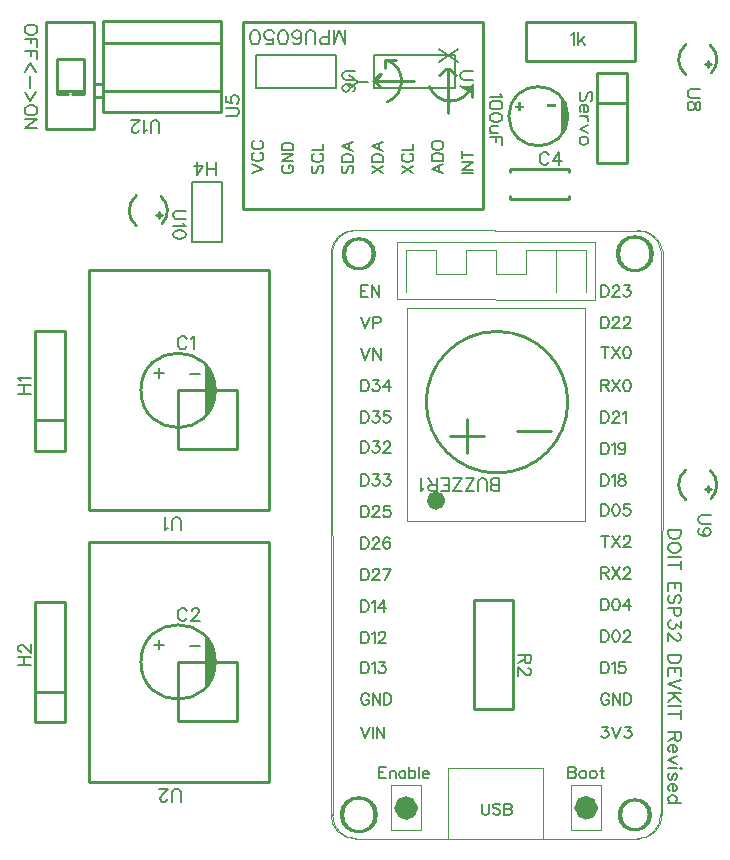
<source format=gto>
G04 Layer: TopSilkscreenLayer*
G04 EasyEDA v6.5.50, 2025-06-12 12:21:42*
G04 5a30a698f2604c48907cf2a2958ab60a,01d3e6036b464142aa991e197958fd7d,10*
G04 Gerber Generator version 0.2*
G04 Scale: 100 percent, Rotated: No, Reflected: No *
G04 Dimensions in millimeters *
G04 leading zeros omitted , absolute positions ,4 integer and 5 decimal *
%FSLAX45Y45*%
%MOMM*%

%ADD10C,0.1524*%
%ADD11C,0.2032*%
%ADD12C,0.1501*%
%ADD13C,0.1270*%
%ADD14C,0.2540*%
%ADD15C,0.2030*%
%ADD16C,0.1199*%
%ADD17C,1.0000*%
%ADD18C,0.8001*%
%ADD19C,0.0111*%

%LPD*%
D10*
X5220588Y2949676D02*
G01*
X5220588Y3058642D01*
X5220588Y2949676D02*
G01*
X5173852Y2949676D01*
X5158359Y2954756D01*
X5153025Y2960090D01*
X5147945Y2970504D01*
X5147945Y2980918D01*
X5153025Y2991332D01*
X5158359Y2996412D01*
X5173852Y3001492D01*
X5220588Y3001492D02*
G01*
X5173852Y3001492D01*
X5158359Y3006826D01*
X5153025Y3011906D01*
X5147945Y3022320D01*
X5147945Y3038068D01*
X5153025Y3048482D01*
X5158359Y3053562D01*
X5173852Y3058642D01*
X5220588Y3058642D01*
X5113654Y2949676D02*
G01*
X5113654Y3027654D01*
X5108320Y3043148D01*
X5097906Y3053562D01*
X5082413Y3058642D01*
X5071999Y3058642D01*
X5056504Y3053562D01*
X5046090Y3043148D01*
X5040756Y3027654D01*
X5040756Y2949676D01*
X4933822Y2949676D02*
G01*
X5006466Y3058642D01*
X5006466Y2949676D02*
G01*
X4933822Y2949676D01*
X5006466Y3058642D02*
G01*
X4933822Y3058642D01*
X4826888Y2949676D02*
G01*
X4899533Y3058642D01*
X4899533Y2949676D02*
G01*
X4826888Y2949676D01*
X4899533Y3058642D02*
G01*
X4826888Y3058642D01*
X4792599Y2949676D02*
G01*
X4792599Y3058642D01*
X4792599Y2949676D02*
G01*
X4725034Y2949676D01*
X4792599Y3001492D02*
G01*
X4750943Y3001492D01*
X4792599Y3058642D02*
G01*
X4725034Y3058642D01*
X4690745Y2949676D02*
G01*
X4690745Y3058642D01*
X4690745Y2949676D02*
G01*
X4644009Y2949676D01*
X4628261Y2954756D01*
X4623181Y2960090D01*
X4617847Y2970504D01*
X4617847Y2980918D01*
X4623181Y2991332D01*
X4628261Y2996412D01*
X4644009Y3001492D01*
X4690745Y3001492D01*
X4654168Y3001492D02*
G01*
X4617847Y3058642D01*
X4583556Y2970504D02*
G01*
X4573143Y2965170D01*
X4557649Y2949676D01*
X4557649Y3058642D01*
X2575966Y4232300D02*
G01*
X2570632Y4242714D01*
X2560218Y4253128D01*
X2550058Y4258208D01*
X2529230Y4258208D01*
X2518816Y4253128D01*
X2508402Y4242714D01*
X2503068Y4232300D01*
X2497988Y4216552D01*
X2497988Y4190644D01*
X2503068Y4175150D01*
X2508402Y4164736D01*
X2518816Y4154322D01*
X2529230Y4149242D01*
X2550058Y4149242D01*
X2560218Y4154322D01*
X2570632Y4164736D01*
X2575966Y4175150D01*
X2610256Y4237380D02*
G01*
X2620670Y4242714D01*
X2636164Y4258208D01*
X2636164Y4149242D01*
D11*
X2601595Y3935374D02*
G01*
X2683383Y3935374D01*
X2337688Y3988968D02*
G01*
X2337688Y3906926D01*
X2296795Y3948074D02*
G01*
X2378583Y3948074D01*
D10*
X2575966Y1932304D02*
G01*
X2570632Y1942719D01*
X2560218Y1953132D01*
X2550058Y1958212D01*
X2529230Y1958212D01*
X2518816Y1953132D01*
X2508402Y1942719D01*
X2503068Y1932304D01*
X2497988Y1916556D01*
X2497988Y1890648D01*
X2503068Y1875154D01*
X2508402Y1864740D01*
X2518816Y1854327D01*
X2529230Y1849246D01*
X2550058Y1849246D01*
X2560218Y1854327D01*
X2570632Y1864740D01*
X2575966Y1875154D01*
X2615336Y1932304D02*
G01*
X2615336Y1937385D01*
X2620670Y1947798D01*
X2625750Y1953132D01*
X2636164Y1958212D01*
X2656992Y1958212D01*
X2667406Y1953132D01*
X2672486Y1947798D01*
X2677820Y1937385D01*
X2677820Y1926970D01*
X2672486Y1916556D01*
X2662072Y1901062D01*
X2610256Y1849246D01*
X2682900Y1849246D01*
D11*
X2601595Y1635379D02*
G01*
X2683383Y1635379D01*
X2337688Y1688972D02*
G01*
X2337688Y1606930D01*
X2296795Y1648079D02*
G01*
X2378583Y1648079D01*
D10*
X5225288Y6311900D02*
G01*
X5230622Y6301486D01*
X5246115Y6285992D01*
X5137150Y6285992D01*
X5246115Y6220460D02*
G01*
X5241036Y6235954D01*
X5225288Y6246368D01*
X5199379Y6251702D01*
X5183886Y6251702D01*
X5157724Y6246368D01*
X5142229Y6235954D01*
X5137150Y6220460D01*
X5137150Y6210045D01*
X5142229Y6194552D01*
X5157724Y6184137D01*
X5183886Y6178804D01*
X5199379Y6178804D01*
X5225288Y6184137D01*
X5241036Y6194552D01*
X5246115Y6210045D01*
X5246115Y6220460D01*
X5246115Y6113526D02*
G01*
X5241036Y6129020D01*
X5225288Y6139434D01*
X5199379Y6144513D01*
X5183886Y6144513D01*
X5157724Y6139434D01*
X5142229Y6129020D01*
X5137150Y6113526D01*
X5137150Y6103112D01*
X5142229Y6087363D01*
X5157724Y6076950D01*
X5183886Y6071870D01*
X5199379Y6071870D01*
X5225288Y6076950D01*
X5241036Y6087363D01*
X5246115Y6103112D01*
X5246115Y6113526D01*
X5209793Y6037579D02*
G01*
X5157724Y6037579D01*
X5142229Y6032500D01*
X5137150Y6022086D01*
X5137150Y6006337D01*
X5142229Y5995923D01*
X5157724Y5980429D01*
X5209793Y5980429D02*
G01*
X5137150Y5980429D01*
X5246115Y5946139D02*
G01*
X5137150Y5946139D01*
X5246115Y5946139D02*
G01*
X5246115Y5878576D01*
X5194300Y5946139D02*
G01*
X5194300Y5904484D01*
X5640565Y5791707D02*
G01*
X5635231Y5802121D01*
X5624817Y5812536D01*
X5614657Y5817615D01*
X5593829Y5817615D01*
X5583415Y5812536D01*
X5573001Y5802121D01*
X5567667Y5791707D01*
X5562587Y5775960D01*
X5562587Y5750052D01*
X5567667Y5734557D01*
X5573001Y5724144D01*
X5583415Y5713729D01*
X5593829Y5708650D01*
X5614657Y5708650D01*
X5624817Y5713729D01*
X5635231Y5724144D01*
X5640565Y5734557D01*
X5726671Y5817615D02*
G01*
X5674855Y5744971D01*
X5752833Y5744971D01*
X5726671Y5817615D02*
G01*
X5726671Y5708650D01*
X1146886Y3771900D02*
G01*
X1255852Y3771900D01*
X1146886Y3844544D02*
G01*
X1255852Y3844544D01*
X1198702Y3771900D02*
G01*
X1198702Y3844544D01*
X1167714Y3878834D02*
G01*
X1162380Y3889247D01*
X1146886Y3904995D01*
X1255852Y3904995D01*
X1146886Y1471904D02*
G01*
X1255852Y1471904D01*
X1146886Y1544548D02*
G01*
X1255852Y1544548D01*
X1198702Y1471904D02*
G01*
X1198702Y1544548D01*
X1172794Y1584172D02*
G01*
X1167714Y1584172D01*
X1157300Y1589252D01*
X1151966Y1594586D01*
X1146886Y1605000D01*
X1146886Y1625574D01*
X1151966Y1635988D01*
X1157300Y1641322D01*
X1167714Y1646402D01*
X1178128Y1646402D01*
X1188542Y1641322D01*
X1204036Y1630908D01*
X1255852Y1578838D01*
X1255852Y1651736D01*
X5992622Y6251955D02*
G01*
X6003036Y6262370D01*
X6008115Y6277863D01*
X6008115Y6298692D01*
X6003036Y6314186D01*
X5992622Y6324600D01*
X5982208Y6324600D01*
X5971793Y6319520D01*
X5966459Y6314186D01*
X5961379Y6303771D01*
X5950965Y6272529D01*
X5945886Y6262370D01*
X5940552Y6257036D01*
X5930138Y6251955D01*
X5914643Y6251955D01*
X5904229Y6262370D01*
X5899150Y6277863D01*
X5899150Y6298692D01*
X5904229Y6314186D01*
X5914643Y6324600D01*
X5940552Y6217665D02*
G01*
X5940552Y6155181D01*
X5950965Y6155181D01*
X5961379Y6160515D01*
X5966459Y6165595D01*
X5971793Y6176010D01*
X5971793Y6191504D01*
X5966459Y6201918D01*
X5956300Y6212331D01*
X5940552Y6217665D01*
X5930138Y6217665D01*
X5914643Y6212331D01*
X5904229Y6201918D01*
X5899150Y6191504D01*
X5899150Y6176010D01*
X5904229Y6165595D01*
X5914643Y6155181D01*
X5971793Y6120892D02*
G01*
X5899150Y6120892D01*
X5940552Y6120892D02*
G01*
X5956300Y6115812D01*
X5966459Y6105397D01*
X5971793Y6094984D01*
X5971793Y6079489D01*
X5971793Y6045200D02*
G01*
X5899150Y6013957D01*
X5971793Y5982715D02*
G01*
X5899150Y6013957D01*
X5971793Y5922518D02*
G01*
X5966459Y5932931D01*
X5956300Y5943345D01*
X5940552Y5948426D01*
X5930138Y5948426D01*
X5914643Y5943345D01*
X5904229Y5932931D01*
X5899150Y5922518D01*
X5899150Y5906770D01*
X5904229Y5896610D01*
X5914643Y5886195D01*
X5930138Y5880862D01*
X5940552Y5880862D01*
X5956300Y5886195D01*
X5966459Y5896610D01*
X5971793Y5906770D01*
X5971793Y5922518D01*
X2819400Y5625084D02*
G01*
X2819400Y5734050D01*
X2746756Y5625084D02*
G01*
X2746756Y5734050D01*
X2819400Y5676900D02*
G01*
X2746756Y5676900D01*
X2660395Y5625084D02*
G01*
X2712465Y5697728D01*
X2634488Y5697728D01*
X2660395Y5625084D02*
G01*
X2660395Y5734050D01*
X5829300Y6812787D02*
G01*
X5839713Y6818121D01*
X5855208Y6833615D01*
X5855208Y6724650D01*
X5889497Y6833615D02*
G01*
X5889497Y6724650D01*
X5941568Y6797294D02*
G01*
X5889497Y6745223D01*
X5910325Y6766052D02*
G01*
X5946647Y6724650D01*
X5487415Y1562100D02*
G01*
X5378450Y1562100D01*
X5487415Y1562100D02*
G01*
X5487415Y1515363D01*
X5482336Y1499870D01*
X5477002Y1494536D01*
X5466588Y1489455D01*
X5456174Y1489455D01*
X5445759Y1494536D01*
X5440679Y1499870D01*
X5435600Y1515363D01*
X5435600Y1562100D01*
X5435600Y1525778D02*
G01*
X5378450Y1489455D01*
X5461508Y1449831D02*
G01*
X5466588Y1449831D01*
X5477002Y1444752D01*
X5482336Y1439418D01*
X5487415Y1429004D01*
X5487415Y1408429D01*
X5482336Y1398015D01*
X5477002Y1392681D01*
X5466588Y1387602D01*
X5456174Y1387602D01*
X5445759Y1392681D01*
X5430265Y1403095D01*
X5378450Y1455165D01*
X5378450Y1382268D01*
X2520695Y2617876D02*
G01*
X2520695Y2695854D01*
X2515615Y2711348D01*
X2505202Y2721762D01*
X2489454Y2726842D01*
X2479040Y2726842D01*
X2463545Y2721762D01*
X2453131Y2711348D01*
X2448052Y2695854D01*
X2448052Y2617876D01*
X2413761Y2638704D02*
G01*
X2403347Y2633370D01*
X2387600Y2617876D01*
X2387600Y2726842D01*
X2520695Y317880D02*
G01*
X2520695Y395859D01*
X2515615Y411353D01*
X2505202Y421767D01*
X2489454Y426846D01*
X2479040Y426846D01*
X2463545Y421767D01*
X2453131Y411353D01*
X2448052Y395859D01*
X2448052Y317880D01*
X2408427Y343788D02*
G01*
X2408427Y338709D01*
X2403347Y328295D01*
X2398013Y322961D01*
X2387600Y317880D01*
X2367025Y317880D01*
X2356611Y322961D01*
X2351277Y328295D01*
X2346197Y338709D01*
X2346197Y349122D01*
X2351277Y359537D01*
X2361691Y375030D01*
X2413761Y426846D01*
X2340863Y426846D01*
X6757415Y2616200D02*
G01*
X6648450Y2616200D01*
X6757415Y2616200D02*
G01*
X6757415Y2579878D01*
X6752336Y2564129D01*
X6741922Y2553970D01*
X6731508Y2548636D01*
X6715759Y2543555D01*
X6689852Y2543555D01*
X6674358Y2548636D01*
X6663943Y2553970D01*
X6653529Y2564129D01*
X6648450Y2579878D01*
X6648450Y2616200D01*
X6757415Y2478023D02*
G01*
X6752336Y2488437D01*
X6741922Y2498852D01*
X6731508Y2503931D01*
X6715759Y2509265D01*
X6689852Y2509265D01*
X6674358Y2503931D01*
X6663943Y2498852D01*
X6653529Y2488437D01*
X6648450Y2478023D01*
X6648450Y2457195D01*
X6653529Y2446781D01*
X6663943Y2436368D01*
X6674358Y2431287D01*
X6689852Y2425954D01*
X6715759Y2425954D01*
X6731508Y2431287D01*
X6741922Y2436368D01*
X6752336Y2446781D01*
X6757415Y2457195D01*
X6757415Y2478023D01*
X6757415Y2391663D02*
G01*
X6648450Y2391663D01*
X6757415Y2321052D02*
G01*
X6648450Y2321052D01*
X6757415Y2357373D02*
G01*
X6757415Y2284729D01*
X6757415Y2170429D02*
G01*
X6648450Y2170429D01*
X6757415Y2170429D02*
G01*
X6757415Y2102865D01*
X6705600Y2170429D02*
G01*
X6705600Y2128773D01*
X6648450Y2170429D02*
G01*
X6648450Y2102865D01*
X6741922Y1995931D02*
G01*
X6752336Y2006345D01*
X6757415Y2021839D01*
X6757415Y2042668D01*
X6752336Y2058162D01*
X6741922Y2068576D01*
X6731508Y2068576D01*
X6721093Y2063495D01*
X6715759Y2058162D01*
X6710679Y2047747D01*
X6700265Y2016760D01*
X6695186Y2006345D01*
X6689852Y2001012D01*
X6679438Y1995931D01*
X6663943Y1995931D01*
X6653529Y2006345D01*
X6648450Y2021839D01*
X6648450Y2042668D01*
X6653529Y2058162D01*
X6663943Y2068576D01*
X6757415Y1961642D02*
G01*
X6648450Y1961642D01*
X6757415Y1961642D02*
G01*
X6757415Y1914905D01*
X6752336Y1899157D01*
X6747002Y1894078D01*
X6736588Y1888744D01*
X6721093Y1888744D01*
X6710679Y1894078D01*
X6705600Y1899157D01*
X6700265Y1914905D01*
X6700265Y1961642D01*
X6757415Y1844039D02*
G01*
X6757415Y1786889D01*
X6715759Y1818131D01*
X6715759Y1802637D01*
X6710679Y1792223D01*
X6705600Y1786889D01*
X6689852Y1781810D01*
X6679438Y1781810D01*
X6663943Y1786889D01*
X6653529Y1797304D01*
X6648450Y1813052D01*
X6648450Y1828545D01*
X6653529Y1844039D01*
X6658609Y1849373D01*
X6669024Y1854454D01*
X6731508Y1742439D02*
G01*
X6736588Y1742439D01*
X6747002Y1737105D01*
X6752336Y1732026D01*
X6757415Y1721612D01*
X6757415Y1700784D01*
X6752336Y1690370D01*
X6747002Y1685289D01*
X6736588Y1679955D01*
X6726174Y1679955D01*
X6715759Y1685289D01*
X6700265Y1695450D01*
X6648450Y1747520D01*
X6648450Y1674876D01*
X6757415Y1560576D02*
G01*
X6648450Y1560576D01*
X6757415Y1560576D02*
G01*
X6757415Y1524000D01*
X6752336Y1508505D01*
X6741922Y1498092D01*
X6731508Y1493012D01*
X6715759Y1487678D01*
X6689852Y1487678D01*
X6674358Y1493012D01*
X6663943Y1498092D01*
X6653529Y1508505D01*
X6648450Y1524000D01*
X6648450Y1560576D01*
X6757415Y1453387D02*
G01*
X6648450Y1453387D01*
X6757415Y1453387D02*
G01*
X6757415Y1385823D01*
X6705600Y1453387D02*
G01*
X6705600Y1411986D01*
X6648450Y1453387D02*
G01*
X6648450Y1385823D01*
X6757415Y1351534D02*
G01*
X6648450Y1310131D01*
X6757415Y1268476D02*
G01*
X6648450Y1310131D01*
X6757415Y1234186D02*
G01*
X6648450Y1234186D01*
X6757415Y1161542D02*
G01*
X6684772Y1234186D01*
X6710679Y1208278D02*
G01*
X6648450Y1161542D01*
X6757415Y1127252D02*
G01*
X6648450Y1127252D01*
X6757415Y1056639D02*
G01*
X6648450Y1056639D01*
X6757415Y1092962D02*
G01*
X6757415Y1020063D01*
X6757415Y905763D02*
G01*
X6648450Y905763D01*
X6757415Y905763D02*
G01*
X6757415Y859028D01*
X6752336Y843534D01*
X6747002Y838200D01*
X6736588Y833120D01*
X6726174Y833120D01*
X6715759Y838200D01*
X6710679Y843534D01*
X6705600Y859028D01*
X6705600Y905763D01*
X6705600Y869442D02*
G01*
X6648450Y833120D01*
X6689852Y798829D02*
G01*
X6689852Y736600D01*
X6700265Y736600D01*
X6710679Y741679D01*
X6715759Y746760D01*
X6721093Y757173D01*
X6721093Y772921D01*
X6715759Y783336D01*
X6705600Y793750D01*
X6689852Y798829D01*
X6679438Y798829D01*
X6663943Y793750D01*
X6653529Y783336D01*
X6648450Y772921D01*
X6648450Y757173D01*
X6653529Y746760D01*
X6663943Y736600D01*
X6721093Y702310D02*
G01*
X6648450Y671068D01*
X6721093Y639826D02*
G01*
X6648450Y671068D01*
X6757415Y605536D02*
G01*
X6752336Y600455D01*
X6757415Y595121D01*
X6762750Y600455D01*
X6757415Y605536D01*
X6721093Y600455D02*
G01*
X6648450Y600455D01*
X6705600Y503681D02*
G01*
X6715759Y509015D01*
X6721093Y524510D01*
X6721093Y540004D01*
X6715759Y555752D01*
X6705600Y560831D01*
X6695186Y555752D01*
X6689852Y545337D01*
X6684772Y519429D01*
X6679438Y509015D01*
X6669024Y503681D01*
X6663943Y503681D01*
X6653529Y509015D01*
X6648450Y524510D01*
X6648450Y540004D01*
X6653529Y555752D01*
X6663943Y560831D01*
X6689852Y469392D02*
G01*
X6689852Y407162D01*
X6700265Y407162D01*
X6710679Y412242D01*
X6715759Y417576D01*
X6721093Y427989D01*
X6721093Y443484D01*
X6715759Y453897D01*
X6705600Y464312D01*
X6689852Y469392D01*
X6679438Y469392D01*
X6663943Y464312D01*
X6653529Y453897D01*
X6648450Y443484D01*
X6648450Y427989D01*
X6653529Y417576D01*
X6663943Y407162D01*
X6757415Y310387D02*
G01*
X6648450Y310387D01*
X6705600Y310387D02*
G01*
X6715759Y320802D01*
X6721093Y331215D01*
X6721093Y346710D01*
X6715759Y357123D01*
X6705600Y367537D01*
X6689852Y372871D01*
X6679438Y372871D01*
X6663943Y367537D01*
X6653529Y357123D01*
X6648450Y346710D01*
X6648450Y331215D01*
X6653529Y320802D01*
X6663943Y310387D01*
D12*
X4201436Y612170D02*
G01*
X4201436Y516920D01*
X4201436Y612170D02*
G01*
X4260618Y612170D01*
X4201436Y566704D02*
G01*
X4237758Y566704D01*
X4201436Y516920D02*
G01*
X4260618Y516920D01*
X4290590Y580420D02*
G01*
X4290590Y516920D01*
X4290590Y562386D02*
G01*
X4304052Y575848D01*
X4313196Y580420D01*
X4326912Y580420D01*
X4336056Y575848D01*
X4340628Y562386D01*
X4340628Y516920D01*
X4424956Y580420D02*
G01*
X4424956Y516920D01*
X4424956Y566704D02*
G01*
X4416066Y575848D01*
X4406922Y580420D01*
X4393206Y580420D01*
X4384062Y575848D01*
X4375172Y566704D01*
X4370600Y553242D01*
X4370600Y544098D01*
X4375172Y530382D01*
X4384062Y521238D01*
X4393206Y516920D01*
X4406922Y516920D01*
X4416066Y521238D01*
X4424956Y530382D01*
X4455182Y612170D02*
G01*
X4455182Y516920D01*
X4455182Y566704D02*
G01*
X4464072Y575848D01*
X4473216Y580420D01*
X4486932Y580420D01*
X4496076Y575848D01*
X4504966Y566704D01*
X4509538Y553242D01*
X4509538Y544098D01*
X4504966Y530382D01*
X4496076Y521238D01*
X4486932Y516920D01*
X4473216Y516920D01*
X4464072Y521238D01*
X4455182Y530382D01*
X4539510Y612170D02*
G01*
X4539510Y516920D01*
X4569736Y553242D02*
G01*
X4624092Y553242D01*
X4624092Y562386D01*
X4619520Y571276D01*
X4614948Y575848D01*
X4606058Y580420D01*
X4592342Y580420D01*
X4583198Y575848D01*
X4574054Y566704D01*
X4569736Y553242D01*
X4569736Y544098D01*
X4574054Y530382D01*
X4583198Y521238D01*
X4592342Y516920D01*
X4606058Y516920D01*
X4614948Y521238D01*
X4624092Y530382D01*
X5801636Y612170D02*
G01*
X5801636Y516920D01*
X5801636Y612170D02*
G01*
X5842530Y612170D01*
X5856246Y607598D01*
X5860818Y603280D01*
X5865390Y594136D01*
X5865390Y584992D01*
X5860818Y575848D01*
X5856246Y571276D01*
X5842530Y566704D01*
X5801636Y566704D02*
G01*
X5842530Y566704D01*
X5856246Y562386D01*
X5860818Y557814D01*
X5865390Y548670D01*
X5865390Y534954D01*
X5860818Y525810D01*
X5856246Y521238D01*
X5842530Y516920D01*
X5801636Y516920D01*
X5917968Y580420D02*
G01*
X5908824Y575848D01*
X5899934Y566704D01*
X5895362Y553242D01*
X5895362Y544098D01*
X5899934Y530382D01*
X5908824Y521238D01*
X5917968Y516920D01*
X5931684Y516920D01*
X5940828Y521238D01*
X5949718Y530382D01*
X5954290Y544098D01*
X5954290Y553242D01*
X5949718Y566704D01*
X5940828Y575848D01*
X5931684Y580420D01*
X5917968Y580420D01*
X6007122Y580420D02*
G01*
X5997978Y575848D01*
X5988834Y566704D01*
X5984262Y553242D01*
X5984262Y544098D01*
X5988834Y530382D01*
X5997978Y521238D01*
X6007122Y516920D01*
X6020838Y516920D01*
X6029728Y521238D01*
X6038872Y530382D01*
X6043444Y544098D01*
X6043444Y553242D01*
X6038872Y566704D01*
X6029728Y575848D01*
X6020838Y580420D01*
X6007122Y580420D01*
X6087132Y612170D02*
G01*
X6087132Y534954D01*
X6091704Y521238D01*
X6100848Y516920D01*
X6109738Y516920D01*
X6073416Y580420D02*
G01*
X6105166Y580420D01*
X5072174Y301782D02*
G01*
X5072174Y233710D01*
X5076492Y219994D01*
X5085636Y210850D01*
X5099352Y206532D01*
X5108496Y206532D01*
X5121958Y210850D01*
X5131102Y219994D01*
X5135674Y233710D01*
X5135674Y301782D01*
X5229400Y288320D02*
G01*
X5220256Y297210D01*
X5206540Y301782D01*
X5188506Y301782D01*
X5174790Y297210D01*
X5165646Y288320D01*
X5165646Y279176D01*
X5170218Y270032D01*
X5174790Y265460D01*
X5183934Y260888D01*
X5211112Y251998D01*
X5220256Y247426D01*
X5224828Y242854D01*
X5229400Y233710D01*
X5229400Y219994D01*
X5220256Y210850D01*
X5206540Y206532D01*
X5188506Y206532D01*
X5174790Y210850D01*
X5165646Y219994D01*
X5259372Y301782D02*
G01*
X5259372Y206532D01*
X5259372Y301782D02*
G01*
X5300266Y301782D01*
X5313982Y297210D01*
X5318300Y292892D01*
X5322872Y283748D01*
X5322872Y274604D01*
X5318300Y265460D01*
X5313982Y260888D01*
X5300266Y256316D01*
X5259372Y256316D02*
G01*
X5300266Y256316D01*
X5313982Y251998D01*
X5318300Y247426D01*
X5322872Y238282D01*
X5322872Y224566D01*
X5318300Y215422D01*
X5313982Y210850D01*
X5300266Y206532D01*
X5259372Y206532D01*
D11*
X4048947Y4688997D02*
G01*
X4048947Y4593493D01*
X4048947Y4688997D02*
G01*
X4108129Y4688997D01*
X4048947Y4643531D02*
G01*
X4085523Y4643531D01*
X4048947Y4593493D02*
G01*
X4108129Y4593493D01*
X4138101Y4688997D02*
G01*
X4138101Y4593493D01*
X4138101Y4688997D02*
G01*
X4201855Y4593493D01*
X4201855Y4688997D02*
G01*
X4201855Y4593493D01*
X4048960Y4422233D02*
G01*
X4085536Y4326729D01*
X4121858Y4422233D02*
G01*
X4085536Y4326729D01*
X4151830Y4422233D02*
G01*
X4151830Y4326729D01*
X4151830Y4422233D02*
G01*
X4192724Y4422233D01*
X4206440Y4417661D01*
X4210758Y4413089D01*
X4215330Y4403945D01*
X4215330Y4390483D01*
X4210758Y4381339D01*
X4206440Y4376767D01*
X4192724Y4372195D01*
X4151830Y4372195D01*
X4048953Y4155607D02*
G01*
X4085529Y4060103D01*
X4121851Y4155607D02*
G01*
X4085529Y4060103D01*
X4151823Y4155607D02*
G01*
X4151823Y4060103D01*
X4151823Y4155607D02*
G01*
X4215323Y4060103D01*
X4215323Y4155607D02*
G01*
X4215323Y4060103D01*
X4048947Y3888897D02*
G01*
X4048947Y3793393D01*
X4048947Y3888897D02*
G01*
X4080951Y3888897D01*
X4094413Y3884325D01*
X4103557Y3875181D01*
X4108129Y3866037D01*
X4112701Y3852575D01*
X4112701Y3829715D01*
X4108129Y3816253D01*
X4103557Y3807109D01*
X4094413Y3797965D01*
X4080951Y3793393D01*
X4048947Y3793393D01*
X4151817Y3888897D02*
G01*
X4201855Y3888897D01*
X4174423Y3852575D01*
X4188139Y3852575D01*
X4197283Y3848003D01*
X4201855Y3843431D01*
X4206427Y3829715D01*
X4206427Y3820571D01*
X4201855Y3807109D01*
X4192711Y3797965D01*
X4178995Y3793393D01*
X4165279Y3793393D01*
X4151817Y3797965D01*
X4147245Y3802537D01*
X4142673Y3811681D01*
X4281865Y3888897D02*
G01*
X4236399Y3825143D01*
X4304471Y3825143D01*
X4281865Y3888897D02*
G01*
X4281865Y3793393D01*
X4048947Y3622197D02*
G01*
X4048947Y3526693D01*
X4048947Y3622197D02*
G01*
X4080951Y3622197D01*
X4094413Y3617625D01*
X4103557Y3608481D01*
X4108129Y3599337D01*
X4112701Y3585875D01*
X4112701Y3563015D01*
X4108129Y3549553D01*
X4103557Y3540409D01*
X4094413Y3531265D01*
X4080951Y3526693D01*
X4048947Y3526693D01*
X4151817Y3622197D02*
G01*
X4201855Y3622197D01*
X4174423Y3585875D01*
X4188139Y3585875D01*
X4197283Y3581303D01*
X4201855Y3576731D01*
X4206427Y3563015D01*
X4206427Y3553871D01*
X4201855Y3540409D01*
X4192711Y3531265D01*
X4178995Y3526693D01*
X4165279Y3526693D01*
X4151817Y3531265D01*
X4147245Y3535837D01*
X4142673Y3544981D01*
X4290755Y3622197D02*
G01*
X4245289Y3622197D01*
X4240971Y3581303D01*
X4245289Y3585875D01*
X4259005Y3590447D01*
X4272721Y3590447D01*
X4286183Y3585875D01*
X4295327Y3576731D01*
X4299899Y3563015D01*
X4299899Y3553871D01*
X4295327Y3540409D01*
X4286183Y3531265D01*
X4272721Y3526693D01*
X4259005Y3526693D01*
X4245289Y3531265D01*
X4240971Y3535837D01*
X4236399Y3544981D01*
X4048947Y3368197D02*
G01*
X4048947Y3272693D01*
X4048947Y3368197D02*
G01*
X4080951Y3368197D01*
X4094413Y3363625D01*
X4103557Y3354481D01*
X4108129Y3345337D01*
X4112701Y3331875D01*
X4112701Y3309015D01*
X4108129Y3295553D01*
X4103557Y3286409D01*
X4094413Y3277265D01*
X4080951Y3272693D01*
X4048947Y3272693D01*
X4151817Y3368197D02*
G01*
X4201855Y3368197D01*
X4174423Y3331875D01*
X4188139Y3331875D01*
X4197283Y3327303D01*
X4201855Y3322731D01*
X4206427Y3309015D01*
X4206427Y3299871D01*
X4201855Y3286409D01*
X4192711Y3277265D01*
X4178995Y3272693D01*
X4165279Y3272693D01*
X4151817Y3277265D01*
X4147245Y3281837D01*
X4142673Y3290981D01*
X4240971Y3345337D02*
G01*
X4240971Y3349909D01*
X4245289Y3359053D01*
X4249861Y3363625D01*
X4259005Y3368197D01*
X4277293Y3368197D01*
X4286183Y3363625D01*
X4290755Y3359053D01*
X4295327Y3349909D01*
X4295327Y3340765D01*
X4290755Y3331875D01*
X4281865Y3318159D01*
X4236399Y3272693D01*
X4299899Y3272693D01*
X4048947Y3088797D02*
G01*
X4048947Y2993293D01*
X4048947Y3088797D02*
G01*
X4080951Y3088797D01*
X4094413Y3084225D01*
X4103557Y3075081D01*
X4108129Y3065937D01*
X4112701Y3052475D01*
X4112701Y3029615D01*
X4108129Y3016153D01*
X4103557Y3007009D01*
X4094413Y2997865D01*
X4080951Y2993293D01*
X4048947Y2993293D01*
X4151817Y3088797D02*
G01*
X4201855Y3088797D01*
X4174423Y3052475D01*
X4188139Y3052475D01*
X4197283Y3047903D01*
X4201855Y3043331D01*
X4206427Y3029615D01*
X4206427Y3020471D01*
X4201855Y3007009D01*
X4192711Y2997865D01*
X4178995Y2993293D01*
X4165279Y2993293D01*
X4151817Y2997865D01*
X4147245Y3002437D01*
X4142673Y3011581D01*
X4245289Y3088797D02*
G01*
X4295327Y3088797D01*
X4268149Y3052475D01*
X4281865Y3052475D01*
X4290755Y3047903D01*
X4295327Y3043331D01*
X4299899Y3029615D01*
X4299899Y3020471D01*
X4295327Y3007009D01*
X4286183Y2997865D01*
X4272721Y2993293D01*
X4259005Y2993293D01*
X4245289Y2997865D01*
X4240971Y3002437D01*
X4236399Y3011581D01*
X4048947Y1501297D02*
G01*
X4048947Y1405793D01*
X4048947Y1501297D02*
G01*
X4080951Y1501297D01*
X4094413Y1496725D01*
X4103557Y1487581D01*
X4108129Y1478437D01*
X4112701Y1464975D01*
X4112701Y1442115D01*
X4108129Y1428653D01*
X4103557Y1419509D01*
X4094413Y1410365D01*
X4080951Y1405793D01*
X4048947Y1405793D01*
X4142673Y1483009D02*
G01*
X4151817Y1487581D01*
X4165279Y1501297D01*
X4165279Y1405793D01*
X4204395Y1501297D02*
G01*
X4254433Y1501297D01*
X4227255Y1464975D01*
X4240971Y1464975D01*
X4249861Y1460403D01*
X4254433Y1455831D01*
X4259005Y1442115D01*
X4259005Y1432971D01*
X4254433Y1419509D01*
X4245289Y1410365D01*
X4231827Y1405793D01*
X4218111Y1405793D01*
X4204395Y1410365D01*
X4199823Y1414937D01*
X4195505Y1424081D01*
X4048947Y1755297D02*
G01*
X4048947Y1659793D01*
X4048947Y1755297D02*
G01*
X4080951Y1755297D01*
X4094413Y1750725D01*
X4103557Y1741581D01*
X4108129Y1732437D01*
X4112701Y1718975D01*
X4112701Y1696115D01*
X4108129Y1682653D01*
X4103557Y1673509D01*
X4094413Y1664365D01*
X4080951Y1659793D01*
X4048947Y1659793D01*
X4142673Y1737009D02*
G01*
X4151817Y1741581D01*
X4165279Y1755297D01*
X4165279Y1659793D01*
X4199823Y1732437D02*
G01*
X4199823Y1737009D01*
X4204395Y1746153D01*
X4208967Y1750725D01*
X4218111Y1755297D01*
X4236399Y1755297D01*
X4245289Y1750725D01*
X4249861Y1746153D01*
X4254433Y1737009D01*
X4254433Y1727865D01*
X4249861Y1718975D01*
X4240971Y1705259D01*
X4195505Y1659793D01*
X4259005Y1659793D01*
X4048947Y2021997D02*
G01*
X4048947Y1926493D01*
X4048947Y2021997D02*
G01*
X4080951Y2021997D01*
X4094413Y2017425D01*
X4103557Y2008281D01*
X4108129Y1999137D01*
X4112701Y1985675D01*
X4112701Y1962815D01*
X4108129Y1949353D01*
X4103557Y1940209D01*
X4094413Y1931065D01*
X4080951Y1926493D01*
X4048947Y1926493D01*
X4142673Y2003709D02*
G01*
X4151817Y2008281D01*
X4165279Y2021997D01*
X4165279Y1926493D01*
X4240971Y2021997D02*
G01*
X4195505Y1958243D01*
X4263577Y1958243D01*
X4240971Y2021997D02*
G01*
X4240971Y1926493D01*
X4048947Y2288697D02*
G01*
X4048947Y2193193D01*
X4048947Y2288697D02*
G01*
X4080951Y2288697D01*
X4094413Y2284125D01*
X4103557Y2274981D01*
X4108129Y2265837D01*
X4112701Y2252375D01*
X4112701Y2229515D01*
X4108129Y2216053D01*
X4103557Y2206909D01*
X4094413Y2197765D01*
X4080951Y2193193D01*
X4048947Y2193193D01*
X4147245Y2265837D02*
G01*
X4147245Y2270409D01*
X4151817Y2279553D01*
X4156389Y2284125D01*
X4165279Y2288697D01*
X4183567Y2288697D01*
X4192711Y2284125D01*
X4197283Y2279553D01*
X4201855Y2270409D01*
X4201855Y2261265D01*
X4197283Y2252375D01*
X4188139Y2238659D01*
X4142673Y2193193D01*
X4206427Y2193193D01*
X4299899Y2288697D02*
G01*
X4254433Y2193193D01*
X4236399Y2288697D02*
G01*
X4299899Y2288697D01*
X4048947Y2555397D02*
G01*
X4048947Y2459893D01*
X4048947Y2555397D02*
G01*
X4080951Y2555397D01*
X4094413Y2550825D01*
X4103557Y2541681D01*
X4108129Y2532537D01*
X4112701Y2519075D01*
X4112701Y2496215D01*
X4108129Y2482753D01*
X4103557Y2473609D01*
X4094413Y2464465D01*
X4080951Y2459893D01*
X4048947Y2459893D01*
X4147245Y2532537D02*
G01*
X4147245Y2537109D01*
X4151817Y2546253D01*
X4156389Y2550825D01*
X4165279Y2555397D01*
X4183567Y2555397D01*
X4192711Y2550825D01*
X4197283Y2546253D01*
X4201855Y2537109D01*
X4201855Y2527965D01*
X4197283Y2519075D01*
X4188139Y2505359D01*
X4142673Y2459893D01*
X4206427Y2459893D01*
X4290755Y2541681D02*
G01*
X4286183Y2550825D01*
X4272721Y2555397D01*
X4263577Y2555397D01*
X4249861Y2550825D01*
X4240971Y2537109D01*
X4236399Y2514503D01*
X4236399Y2491643D01*
X4240971Y2473609D01*
X4249861Y2464465D01*
X4263577Y2459893D01*
X4268149Y2459893D01*
X4281865Y2464465D01*
X4290755Y2473609D01*
X4295327Y2487071D01*
X4295327Y2491643D01*
X4290755Y2505359D01*
X4281865Y2514503D01*
X4268149Y2519075D01*
X4263577Y2519075D01*
X4249861Y2514503D01*
X4240971Y2505359D01*
X4236399Y2491643D01*
X4048947Y2822097D02*
G01*
X4048947Y2726593D01*
X4048947Y2822097D02*
G01*
X4080951Y2822097D01*
X4094413Y2817525D01*
X4103557Y2808381D01*
X4108129Y2799237D01*
X4112701Y2785775D01*
X4112701Y2762915D01*
X4108129Y2749453D01*
X4103557Y2740309D01*
X4094413Y2731165D01*
X4080951Y2726593D01*
X4048947Y2726593D01*
X4147245Y2799237D02*
G01*
X4147245Y2803809D01*
X4151817Y2812953D01*
X4156389Y2817525D01*
X4165279Y2822097D01*
X4183567Y2822097D01*
X4192711Y2817525D01*
X4197283Y2812953D01*
X4201855Y2803809D01*
X4201855Y2794665D01*
X4197283Y2785775D01*
X4188139Y2772059D01*
X4142673Y2726593D01*
X4206427Y2726593D01*
X4290755Y2822097D02*
G01*
X4245289Y2822097D01*
X4240971Y2781203D01*
X4245289Y2785775D01*
X4259005Y2790347D01*
X4272721Y2790347D01*
X4286183Y2785775D01*
X4295327Y2776631D01*
X4299899Y2762915D01*
X4299899Y2753771D01*
X4295327Y2740309D01*
X4286183Y2731165D01*
X4272721Y2726593D01*
X4259005Y2726593D01*
X4245289Y2731165D01*
X4240971Y2735737D01*
X4236399Y2744881D01*
X6080947Y2834797D02*
G01*
X6080947Y2739293D01*
X6080947Y2834797D02*
G01*
X6112951Y2834797D01*
X6126413Y2830225D01*
X6135557Y2821081D01*
X6140129Y2811937D01*
X6144701Y2798475D01*
X6144701Y2775615D01*
X6140129Y2762153D01*
X6135557Y2753009D01*
X6126413Y2743865D01*
X6112951Y2739293D01*
X6080947Y2739293D01*
X6201851Y2834797D02*
G01*
X6188389Y2830225D01*
X6179245Y2816509D01*
X6174673Y2793903D01*
X6174673Y2780187D01*
X6179245Y2757581D01*
X6188389Y2743865D01*
X6201851Y2739293D01*
X6210995Y2739293D01*
X6224711Y2743865D01*
X6233855Y2757581D01*
X6238427Y2780187D01*
X6238427Y2793903D01*
X6233855Y2816509D01*
X6224711Y2830225D01*
X6210995Y2834797D01*
X6201851Y2834797D01*
X6322755Y2834797D02*
G01*
X6277289Y2834797D01*
X6272971Y2793903D01*
X6277289Y2798475D01*
X6291005Y2803047D01*
X6304721Y2803047D01*
X6318183Y2798475D01*
X6327327Y2789331D01*
X6331899Y2775615D01*
X6331899Y2766471D01*
X6327327Y2753009D01*
X6318183Y2743865D01*
X6304721Y2739293D01*
X6291005Y2739293D01*
X6277289Y2743865D01*
X6272971Y2748437D01*
X6268399Y2757581D01*
X6112951Y2568097D02*
G01*
X6112951Y2472593D01*
X6080947Y2568097D02*
G01*
X6144701Y2568097D01*
X6174673Y2568097D02*
G01*
X6238427Y2472593D01*
X6238427Y2568097D02*
G01*
X6174673Y2472593D01*
X6272971Y2545237D02*
G01*
X6272971Y2549809D01*
X6277289Y2558953D01*
X6281861Y2563525D01*
X6291005Y2568097D01*
X6309293Y2568097D01*
X6318183Y2563525D01*
X6322755Y2558953D01*
X6327327Y2549809D01*
X6327327Y2540665D01*
X6322755Y2531775D01*
X6313865Y2518059D01*
X6268399Y2472593D01*
X6331899Y2472593D01*
X6080947Y2301397D02*
G01*
X6080947Y2205893D01*
X6080947Y2301397D02*
G01*
X6121841Y2301397D01*
X6135557Y2296825D01*
X6140129Y2292253D01*
X6144701Y2283109D01*
X6144701Y2273965D01*
X6140129Y2265075D01*
X6135557Y2260503D01*
X6121841Y2255931D01*
X6080947Y2255931D01*
X6112951Y2255931D02*
G01*
X6144701Y2205893D01*
X6174673Y2301397D02*
G01*
X6238427Y2205893D01*
X6238427Y2301397D02*
G01*
X6174673Y2205893D01*
X6272971Y2278537D02*
G01*
X6272971Y2283109D01*
X6277289Y2292253D01*
X6281861Y2296825D01*
X6291005Y2301397D01*
X6309293Y2301397D01*
X6318183Y2296825D01*
X6322755Y2292253D01*
X6327327Y2283109D01*
X6327327Y2273965D01*
X6322755Y2265075D01*
X6313865Y2251359D01*
X6268399Y2205893D01*
X6331899Y2205893D01*
X6080947Y2034697D02*
G01*
X6080947Y1939193D01*
X6080947Y2034697D02*
G01*
X6112951Y2034697D01*
X6126413Y2030125D01*
X6135557Y2020981D01*
X6140129Y2011837D01*
X6144701Y1998375D01*
X6144701Y1975515D01*
X6140129Y1962053D01*
X6135557Y1952909D01*
X6126413Y1943765D01*
X6112951Y1939193D01*
X6080947Y1939193D01*
X6201851Y2034697D02*
G01*
X6188389Y2030125D01*
X6179245Y2016409D01*
X6174673Y1993803D01*
X6174673Y1980087D01*
X6179245Y1957481D01*
X6188389Y1943765D01*
X6201851Y1939193D01*
X6210995Y1939193D01*
X6224711Y1943765D01*
X6233855Y1957481D01*
X6238427Y1980087D01*
X6238427Y1993803D01*
X6233855Y2016409D01*
X6224711Y2030125D01*
X6210995Y2034697D01*
X6201851Y2034697D01*
X6313865Y2034697D02*
G01*
X6268399Y1970943D01*
X6336471Y1970943D01*
X6313865Y2034697D02*
G01*
X6313865Y1939193D01*
X6080947Y1767997D02*
G01*
X6080947Y1672493D01*
X6080947Y1767997D02*
G01*
X6112951Y1767997D01*
X6126413Y1763425D01*
X6135557Y1754281D01*
X6140129Y1745137D01*
X6144701Y1731675D01*
X6144701Y1708815D01*
X6140129Y1695353D01*
X6135557Y1686209D01*
X6126413Y1677065D01*
X6112951Y1672493D01*
X6080947Y1672493D01*
X6201851Y1767997D02*
G01*
X6188389Y1763425D01*
X6179245Y1749709D01*
X6174673Y1727103D01*
X6174673Y1713387D01*
X6179245Y1690781D01*
X6188389Y1677065D01*
X6201851Y1672493D01*
X6210995Y1672493D01*
X6224711Y1677065D01*
X6233855Y1690781D01*
X6238427Y1713387D01*
X6238427Y1727103D01*
X6233855Y1749709D01*
X6224711Y1763425D01*
X6210995Y1767997D01*
X6201851Y1767997D01*
X6272971Y1745137D02*
G01*
X6272971Y1749709D01*
X6277289Y1758853D01*
X6281861Y1763425D01*
X6291005Y1767997D01*
X6309293Y1767997D01*
X6318183Y1763425D01*
X6322755Y1758853D01*
X6327327Y1749709D01*
X6327327Y1740565D01*
X6322755Y1731675D01*
X6313865Y1717959D01*
X6268399Y1672493D01*
X6331899Y1672493D01*
X6080947Y1501297D02*
G01*
X6080947Y1405793D01*
X6080947Y1501297D02*
G01*
X6112951Y1501297D01*
X6126413Y1496725D01*
X6135557Y1487581D01*
X6140129Y1478437D01*
X6144701Y1464975D01*
X6144701Y1442115D01*
X6140129Y1428653D01*
X6135557Y1419509D01*
X6126413Y1410365D01*
X6112951Y1405793D01*
X6080947Y1405793D01*
X6174673Y1483009D02*
G01*
X6183817Y1487581D01*
X6197279Y1501297D01*
X6197279Y1405793D01*
X6281861Y1501297D02*
G01*
X6236395Y1501297D01*
X6231823Y1460403D01*
X6236395Y1464975D01*
X6250111Y1469547D01*
X6263827Y1469547D01*
X6277289Y1464975D01*
X6286433Y1455831D01*
X6291005Y1442115D01*
X6291005Y1432971D01*
X6286433Y1419509D01*
X6277289Y1410365D01*
X6263827Y1405793D01*
X6250111Y1405793D01*
X6236395Y1410365D01*
X6231823Y1414937D01*
X6227505Y1424081D01*
X6080947Y3088797D02*
G01*
X6080947Y2993293D01*
X6080947Y3088797D02*
G01*
X6112951Y3088797D01*
X6126413Y3084225D01*
X6135557Y3075081D01*
X6140129Y3065937D01*
X6144701Y3052475D01*
X6144701Y3029615D01*
X6140129Y3016153D01*
X6135557Y3007009D01*
X6126413Y2997865D01*
X6112951Y2993293D01*
X6080947Y2993293D01*
X6174673Y3070509D02*
G01*
X6183817Y3075081D01*
X6197279Y3088797D01*
X6197279Y2993293D01*
X6250111Y3088797D02*
G01*
X6236395Y3084225D01*
X6231823Y3075081D01*
X6231823Y3065937D01*
X6236395Y3057047D01*
X6245539Y3052475D01*
X6263827Y3047903D01*
X6277289Y3043331D01*
X6286433Y3034187D01*
X6291005Y3025043D01*
X6291005Y3011581D01*
X6286433Y3002437D01*
X6281861Y2997865D01*
X6268399Y2993293D01*
X6250111Y2993293D01*
X6236395Y2997865D01*
X6231823Y3002437D01*
X6227505Y3011581D01*
X6227505Y3025043D01*
X6231823Y3034187D01*
X6240967Y3043331D01*
X6254683Y3047903D01*
X6272971Y3052475D01*
X6281861Y3057047D01*
X6286433Y3065937D01*
X6286433Y3075081D01*
X6281861Y3084225D01*
X6268399Y3088797D01*
X6250111Y3088797D01*
X6080947Y3355497D02*
G01*
X6080947Y3259993D01*
X6080947Y3355497D02*
G01*
X6112951Y3355497D01*
X6126413Y3350925D01*
X6135557Y3341781D01*
X6140129Y3332637D01*
X6144701Y3319175D01*
X6144701Y3296315D01*
X6140129Y3282853D01*
X6135557Y3273709D01*
X6126413Y3264565D01*
X6112951Y3259993D01*
X6080947Y3259993D01*
X6174673Y3337209D02*
G01*
X6183817Y3341781D01*
X6197279Y3355497D01*
X6197279Y3259993D01*
X6286433Y3323747D02*
G01*
X6281861Y3310031D01*
X6272971Y3300887D01*
X6259255Y3296315D01*
X6254683Y3296315D01*
X6240967Y3300887D01*
X6231823Y3310031D01*
X6227505Y3323747D01*
X6227505Y3328065D01*
X6231823Y3341781D01*
X6240967Y3350925D01*
X6254683Y3355497D01*
X6259255Y3355497D01*
X6272971Y3350925D01*
X6281861Y3341781D01*
X6286433Y3323747D01*
X6286433Y3300887D01*
X6281861Y3278281D01*
X6272971Y3264565D01*
X6259255Y3259993D01*
X6250111Y3259993D01*
X6236395Y3264565D01*
X6231823Y3273709D01*
X6080947Y3622197D02*
G01*
X6080947Y3526693D01*
X6080947Y3622197D02*
G01*
X6112951Y3622197D01*
X6126413Y3617625D01*
X6135557Y3608481D01*
X6140129Y3599337D01*
X6144701Y3585875D01*
X6144701Y3563015D01*
X6140129Y3549553D01*
X6135557Y3540409D01*
X6126413Y3531265D01*
X6112951Y3526693D01*
X6080947Y3526693D01*
X6179245Y3599337D02*
G01*
X6179245Y3603909D01*
X6183817Y3613053D01*
X6188389Y3617625D01*
X6197279Y3622197D01*
X6215567Y3622197D01*
X6224711Y3617625D01*
X6229283Y3613053D01*
X6233855Y3603909D01*
X6233855Y3594765D01*
X6229283Y3585875D01*
X6220139Y3572159D01*
X6174673Y3526693D01*
X6238427Y3526693D01*
X6268399Y3603909D02*
G01*
X6277289Y3608481D01*
X6291005Y3622197D01*
X6291005Y3526693D01*
X6080947Y3888897D02*
G01*
X6080947Y3793393D01*
X6080947Y3888897D02*
G01*
X6121841Y3888897D01*
X6135557Y3884325D01*
X6140129Y3879753D01*
X6144701Y3870609D01*
X6144701Y3861465D01*
X6140129Y3852575D01*
X6135557Y3848003D01*
X6121841Y3843431D01*
X6080947Y3843431D01*
X6112951Y3843431D02*
G01*
X6144701Y3793393D01*
X6174673Y3888897D02*
G01*
X6238427Y3793393D01*
X6238427Y3888897D02*
G01*
X6174673Y3793393D01*
X6295577Y3888897D02*
G01*
X6281861Y3884325D01*
X6272971Y3870609D01*
X6268399Y3848003D01*
X6268399Y3834287D01*
X6272971Y3811681D01*
X6281861Y3797965D01*
X6295577Y3793393D01*
X6304721Y3793393D01*
X6318183Y3797965D01*
X6327327Y3811681D01*
X6331899Y3834287D01*
X6331899Y3848003D01*
X6327327Y3870609D01*
X6318183Y3884325D01*
X6304721Y3888897D01*
X6295577Y3888897D01*
X6112951Y4168297D02*
G01*
X6112951Y4072793D01*
X6080947Y4168297D02*
G01*
X6144701Y4168297D01*
X6174673Y4168297D02*
G01*
X6238427Y4072793D01*
X6238427Y4168297D02*
G01*
X6174673Y4072793D01*
X6295577Y4168297D02*
G01*
X6281861Y4163725D01*
X6272971Y4150009D01*
X6268399Y4127403D01*
X6268399Y4113687D01*
X6272971Y4091081D01*
X6281861Y4077365D01*
X6295577Y4072793D01*
X6304721Y4072793D01*
X6318183Y4077365D01*
X6327327Y4091081D01*
X6331899Y4113687D01*
X6331899Y4127403D01*
X6327327Y4150009D01*
X6318183Y4163725D01*
X6304721Y4168297D01*
X6295577Y4168297D01*
X6080947Y4422297D02*
G01*
X6080947Y4326793D01*
X6080947Y4422297D02*
G01*
X6112951Y4422297D01*
X6126413Y4417725D01*
X6135557Y4408581D01*
X6140129Y4399437D01*
X6144701Y4385975D01*
X6144701Y4363115D01*
X6140129Y4349653D01*
X6135557Y4340509D01*
X6126413Y4331365D01*
X6112951Y4326793D01*
X6080947Y4326793D01*
X6179245Y4399437D02*
G01*
X6179245Y4404009D01*
X6183817Y4413153D01*
X6188389Y4417725D01*
X6197279Y4422297D01*
X6215567Y4422297D01*
X6224711Y4417725D01*
X6229283Y4413153D01*
X6233855Y4404009D01*
X6233855Y4394865D01*
X6229283Y4385975D01*
X6220139Y4372259D01*
X6174673Y4326793D01*
X6238427Y4326793D01*
X6272971Y4399437D02*
G01*
X6272971Y4404009D01*
X6277289Y4413153D01*
X6281861Y4417725D01*
X6291005Y4422297D01*
X6309293Y4422297D01*
X6318183Y4417725D01*
X6322755Y4413153D01*
X6327327Y4404009D01*
X6327327Y4394865D01*
X6322755Y4385975D01*
X6313865Y4372259D01*
X6268399Y4326793D01*
X6331899Y4326793D01*
X6080947Y4688997D02*
G01*
X6080947Y4593493D01*
X6080947Y4688997D02*
G01*
X6112951Y4688997D01*
X6126413Y4684425D01*
X6135557Y4675281D01*
X6140129Y4666137D01*
X6144701Y4652675D01*
X6144701Y4629815D01*
X6140129Y4616353D01*
X6135557Y4607209D01*
X6126413Y4598065D01*
X6112951Y4593493D01*
X6080947Y4593493D01*
X6179245Y4666137D02*
G01*
X6179245Y4670709D01*
X6183817Y4679853D01*
X6188389Y4684425D01*
X6197279Y4688997D01*
X6215567Y4688997D01*
X6224711Y4684425D01*
X6229283Y4679853D01*
X6233855Y4670709D01*
X6233855Y4661565D01*
X6229283Y4652675D01*
X6220139Y4638959D01*
X6174673Y4593493D01*
X6238427Y4593493D01*
X6277289Y4688997D02*
G01*
X6327327Y4688997D01*
X6300149Y4652675D01*
X6313865Y4652675D01*
X6322755Y4648103D01*
X6327327Y4643531D01*
X6331899Y4629815D01*
X6331899Y4620671D01*
X6327327Y4607209D01*
X6318183Y4598065D01*
X6304721Y4593493D01*
X6291005Y4593493D01*
X6277289Y4598065D01*
X6272971Y4602637D01*
X6268399Y4611781D01*
X6149273Y1211737D02*
G01*
X6144701Y1220881D01*
X6135557Y1230025D01*
X6126413Y1234597D01*
X6108379Y1234597D01*
X6099235Y1230025D01*
X6090091Y1220881D01*
X6085519Y1211737D01*
X6080947Y1198275D01*
X6080947Y1175415D01*
X6085519Y1161953D01*
X6090091Y1152809D01*
X6099235Y1143665D01*
X6108379Y1139093D01*
X6126413Y1139093D01*
X6135557Y1143665D01*
X6144701Y1152809D01*
X6149273Y1161953D01*
X6149273Y1175415D01*
X6126413Y1175415D02*
G01*
X6149273Y1175415D01*
X6179245Y1234597D02*
G01*
X6179245Y1139093D01*
X6179245Y1234597D02*
G01*
X6242745Y1139093D01*
X6242745Y1234597D02*
G01*
X6242745Y1139093D01*
X6272971Y1234597D02*
G01*
X6272971Y1139093D01*
X6272971Y1234597D02*
G01*
X6304721Y1234597D01*
X6318183Y1230025D01*
X6327327Y1220881D01*
X6331899Y1211737D01*
X6336471Y1198275D01*
X6336471Y1175415D01*
X6331899Y1161953D01*
X6327327Y1152809D01*
X6318183Y1143665D01*
X6304721Y1139093D01*
X6272971Y1139093D01*
X6090091Y952687D02*
G01*
X6140129Y952687D01*
X6112951Y916365D01*
X6126413Y916365D01*
X6135557Y911793D01*
X6140129Y907221D01*
X6144701Y893505D01*
X6144701Y884361D01*
X6140129Y870899D01*
X6130985Y861755D01*
X6117523Y857183D01*
X6103807Y857183D01*
X6090091Y861755D01*
X6085519Y866327D01*
X6080947Y875471D01*
X6174673Y952687D02*
G01*
X6210995Y857183D01*
X6247317Y952687D02*
G01*
X6210995Y857183D01*
X6286433Y952687D02*
G01*
X6336471Y952687D01*
X6309293Y916365D01*
X6322755Y916365D01*
X6331899Y911793D01*
X6336471Y907221D01*
X6341043Y893505D01*
X6341043Y884361D01*
X6336471Y870899D01*
X6327327Y861755D01*
X6313865Y857183D01*
X6300149Y857183D01*
X6286433Y861755D01*
X6281861Y866327D01*
X6277289Y875471D01*
X4048950Y952687D02*
G01*
X4085526Y857183D01*
X4121848Y952687D02*
G01*
X4085526Y857183D01*
X4151820Y952687D02*
G01*
X4151820Y857183D01*
X4181792Y952687D02*
G01*
X4181792Y857183D01*
X4181792Y952687D02*
G01*
X4245292Y857183D01*
X4245292Y952687D02*
G01*
X4245292Y857183D01*
X4117273Y1211737D02*
G01*
X4112701Y1220881D01*
X4103557Y1230025D01*
X4094413Y1234597D01*
X4076379Y1234597D01*
X4067235Y1230025D01*
X4058091Y1220881D01*
X4053519Y1211737D01*
X4048947Y1198275D01*
X4048947Y1175415D01*
X4053519Y1161953D01*
X4058091Y1152809D01*
X4067235Y1143665D01*
X4076379Y1139093D01*
X4094413Y1139093D01*
X4103557Y1143665D01*
X4112701Y1152809D01*
X4117273Y1161953D01*
X4117273Y1175415D01*
X4094413Y1175415D02*
G01*
X4117273Y1175415D01*
X4147245Y1234597D02*
G01*
X4147245Y1139093D01*
X4147245Y1234597D02*
G01*
X4210745Y1139093D01*
X4210745Y1234597D02*
G01*
X4210745Y1139093D01*
X4240971Y1234597D02*
G01*
X4240971Y1139093D01*
X4240971Y1234597D02*
G01*
X4272721Y1234597D01*
X4286183Y1230025D01*
X4295327Y1220881D01*
X4299899Y1211737D01*
X4304471Y1198275D01*
X4304471Y1175415D01*
X4299899Y1161953D01*
X4295327Y1152809D01*
X4286183Y1143665D01*
X4272721Y1139093D01*
X4240971Y1139093D01*
D10*
X2907284Y6121400D02*
G01*
X2985261Y6121400D01*
X3000756Y6126479D01*
X3011170Y6136894D01*
X3016250Y6152642D01*
X3016250Y6163055D01*
X3011170Y6178550D01*
X3000756Y6188963D01*
X2985261Y6194044D01*
X2907284Y6194044D01*
X2907284Y6290818D02*
G01*
X2907284Y6238747D01*
X2954020Y6233668D01*
X2948940Y6238747D01*
X2943606Y6254495D01*
X2943606Y6269989D01*
X2948940Y6285484D01*
X2959100Y6295897D01*
X2974847Y6301231D01*
X2985261Y6301231D01*
X3000756Y6295897D01*
X3011170Y6285484D01*
X3016250Y6269989D01*
X3016250Y6254495D01*
X3011170Y6238747D01*
X3006090Y6233668D01*
X2995675Y6228334D01*
D13*
X3911600Y6729729D02*
G01*
X3911600Y6851142D01*
X3911600Y6729729D02*
G01*
X3865372Y6851142D01*
X3819143Y6729729D02*
G01*
X3865372Y6851142D01*
X3819143Y6729729D02*
G01*
X3819143Y6851142D01*
X3781043Y6729729D02*
G01*
X3781043Y6851142D01*
X3781043Y6729729D02*
G01*
X3729227Y6729729D01*
X3711956Y6735571D01*
X3706113Y6741413D01*
X3700272Y6752844D01*
X3700272Y6770370D01*
X3706113Y6781800D01*
X3711956Y6787642D01*
X3729227Y6793229D01*
X3781043Y6793229D01*
X3662172Y6729729D02*
G01*
X3662172Y6816344D01*
X3656329Y6833870D01*
X3644900Y6845300D01*
X3627627Y6851142D01*
X3615943Y6851142D01*
X3598672Y6845300D01*
X3587241Y6833870D01*
X3581400Y6816344D01*
X3581400Y6729729D01*
X3473958Y6747255D02*
G01*
X3479800Y6735571D01*
X3497072Y6729729D01*
X3508756Y6729729D01*
X3526027Y6735571D01*
X3537458Y6752844D01*
X3543300Y6781800D01*
X3543300Y6810755D01*
X3537458Y6833870D01*
X3526027Y6845300D01*
X3508756Y6851142D01*
X3502913Y6851142D01*
X3485641Y6845300D01*
X3473958Y6833870D01*
X3468370Y6816344D01*
X3468370Y6810755D01*
X3473958Y6793229D01*
X3485641Y6781800D01*
X3502913Y6775958D01*
X3508756Y6775958D01*
X3526027Y6781800D01*
X3537458Y6793229D01*
X3543300Y6810755D01*
X3395472Y6729729D02*
G01*
X3412743Y6735571D01*
X3424427Y6752844D01*
X3430270Y6781800D01*
X3430270Y6799071D01*
X3424427Y6828028D01*
X3412743Y6845300D01*
X3395472Y6851142D01*
X3384041Y6851142D01*
X3366770Y6845300D01*
X3355086Y6828028D01*
X3349243Y6799071D01*
X3349243Y6781800D01*
X3355086Y6752844D01*
X3366770Y6735571D01*
X3384041Y6729729D01*
X3395472Y6729729D01*
X3242056Y6729729D02*
G01*
X3299713Y6729729D01*
X3305556Y6781800D01*
X3299713Y6775958D01*
X3282441Y6770370D01*
X3265170Y6770370D01*
X3247643Y6775958D01*
X3236213Y6787642D01*
X3230372Y6804913D01*
X3230372Y6816344D01*
X3236213Y6833870D01*
X3247643Y6845300D01*
X3265170Y6851142D01*
X3282441Y6851142D01*
X3299713Y6845300D01*
X3305556Y6839458D01*
X3311143Y6828028D01*
X3157727Y6729729D02*
G01*
X3175000Y6735571D01*
X3186429Y6752844D01*
X3192272Y6781800D01*
X3192272Y6799071D01*
X3186429Y6828028D01*
X3175000Y6845300D01*
X3157727Y6851142D01*
X3146043Y6851142D01*
X3128772Y6845300D01*
X3117341Y6828028D01*
X3111500Y6799071D01*
X3111500Y6781800D01*
X3117341Y6752844D01*
X3128772Y6735571D01*
X3146043Y6729729D01*
X3157727Y6729729D01*
X3645154Y5703570D02*
G01*
X3636009Y5694171D01*
X3631184Y5680455D01*
X3631184Y5661913D01*
X3636009Y5647944D01*
X3645154Y5638800D01*
X3654297Y5638800D01*
X3663695Y5643371D01*
X3668268Y5647944D01*
X3672840Y5657342D01*
X3681984Y5685028D01*
X3686809Y5694171D01*
X3691381Y5698744D01*
X3700525Y5703570D01*
X3714495Y5703570D01*
X3723640Y5694171D01*
X3728211Y5680455D01*
X3728211Y5661913D01*
X3723640Y5647944D01*
X3714495Y5638800D01*
X3654297Y5803137D02*
G01*
X3645154Y5798565D01*
X3636009Y5789421D01*
X3631184Y5780023D01*
X3631184Y5761736D01*
X3636009Y5752337D01*
X3645154Y5743194D01*
X3654297Y5738621D01*
X3668268Y5734050D01*
X3691381Y5734050D01*
X3705097Y5738621D01*
X3714495Y5743194D01*
X3723640Y5752337D01*
X3728211Y5761736D01*
X3728211Y5780023D01*
X3723640Y5789421D01*
X3714495Y5798565D01*
X3705097Y5803137D01*
X3631184Y5833618D02*
G01*
X3728211Y5833618D01*
X3728211Y5833618D02*
G01*
X3728211Y5888989D01*
X3123184Y5638800D02*
G01*
X3220211Y5675629D01*
X3123184Y5712713D02*
G01*
X3220211Y5675629D01*
X3146297Y5812536D02*
G01*
X3137154Y5807710D01*
X3128009Y5798565D01*
X3123184Y5789421D01*
X3123184Y5770879D01*
X3128009Y5761736D01*
X3137154Y5752337D01*
X3146297Y5747765D01*
X3160268Y5743194D01*
X3183381Y5743194D01*
X3197097Y5747765D01*
X3206495Y5752337D01*
X3215640Y5761736D01*
X3220211Y5770879D01*
X3220211Y5789421D01*
X3215640Y5798565D01*
X3206495Y5807710D01*
X3197097Y5812536D01*
X3146297Y5912104D02*
G01*
X3137154Y5907531D01*
X3128009Y5898387D01*
X3123184Y5888989D01*
X3123184Y5870702D01*
X3128009Y5861304D01*
X3137154Y5852160D01*
X3146297Y5847587D01*
X3160268Y5843015D01*
X3183381Y5843015D01*
X3197097Y5847587D01*
X3206495Y5852160D01*
X3215640Y5861304D01*
X3220211Y5870702D01*
X3220211Y5888989D01*
X3215640Y5898387D01*
X3206495Y5907531D01*
X3197097Y5912104D01*
X3400297Y5708142D02*
G01*
X3391154Y5703570D01*
X3382009Y5694171D01*
X3377184Y5685028D01*
X3377184Y5666486D01*
X3382009Y5657342D01*
X3391154Y5647944D01*
X3400297Y5643371D01*
X3414268Y5638800D01*
X3437381Y5638800D01*
X3451097Y5643371D01*
X3460495Y5647944D01*
X3469640Y5657342D01*
X3474211Y5666486D01*
X3474211Y5685028D01*
X3469640Y5694171D01*
X3460495Y5703570D01*
X3451097Y5708142D01*
X3437381Y5708142D01*
X3437381Y5685028D02*
G01*
X3437381Y5708142D01*
X3377184Y5738621D02*
G01*
X3474211Y5738621D01*
X3377184Y5738621D02*
G01*
X3474211Y5803137D01*
X3377184Y5803137D02*
G01*
X3474211Y5803137D01*
X3377184Y5833618D02*
G01*
X3474211Y5833618D01*
X3377184Y5833618D02*
G01*
X3377184Y5866129D01*
X3382009Y5879845D01*
X3391154Y5888989D01*
X3400297Y5893815D01*
X3414268Y5898387D01*
X3437381Y5898387D01*
X3451097Y5893815D01*
X3460495Y5888989D01*
X3469640Y5879845D01*
X3474211Y5866129D01*
X3474211Y5833618D01*
X3899154Y5703570D02*
G01*
X3890009Y5694171D01*
X3885184Y5680455D01*
X3885184Y5661913D01*
X3890009Y5647944D01*
X3899154Y5638800D01*
X3908297Y5638800D01*
X3917695Y5643371D01*
X3922268Y5647944D01*
X3926840Y5657342D01*
X3935984Y5685028D01*
X3940809Y5694171D01*
X3945381Y5698744D01*
X3954525Y5703570D01*
X3968495Y5703570D01*
X3977640Y5694171D01*
X3982211Y5680455D01*
X3982211Y5661913D01*
X3977640Y5647944D01*
X3968495Y5638800D01*
X3885184Y5734050D02*
G01*
X3982211Y5734050D01*
X3885184Y5734050D02*
G01*
X3885184Y5766307D01*
X3890009Y5780023D01*
X3899154Y5789421D01*
X3908297Y5793994D01*
X3922268Y5798565D01*
X3945381Y5798565D01*
X3959097Y5793994D01*
X3968495Y5789421D01*
X3977640Y5780023D01*
X3982211Y5766307D01*
X3982211Y5734050D01*
X3885184Y5866129D02*
G01*
X3982211Y5829045D01*
X3885184Y5866129D02*
G01*
X3982211Y5902960D01*
X3949954Y5843015D02*
G01*
X3949954Y5888989D01*
X4139184Y5638800D02*
G01*
X4236211Y5703570D01*
X4139184Y5703570D02*
G01*
X4236211Y5638800D01*
X4139184Y5734050D02*
G01*
X4236211Y5734050D01*
X4139184Y5734050D02*
G01*
X4139184Y5766307D01*
X4144009Y5780023D01*
X4153154Y5789421D01*
X4162297Y5793994D01*
X4176268Y5798565D01*
X4199381Y5798565D01*
X4213097Y5793994D01*
X4222495Y5789421D01*
X4231640Y5780023D01*
X4236211Y5766307D01*
X4236211Y5734050D01*
X4139184Y5866129D02*
G01*
X4236211Y5829045D01*
X4139184Y5866129D02*
G01*
X4236211Y5902960D01*
X4203954Y5843015D02*
G01*
X4203954Y5888989D01*
X4393184Y5638800D02*
G01*
X4490211Y5703570D01*
X4393184Y5703570D02*
G01*
X4490211Y5638800D01*
X4416297Y5803137D02*
G01*
X4407154Y5798565D01*
X4398009Y5789421D01*
X4393184Y5780023D01*
X4393184Y5761736D01*
X4398009Y5752337D01*
X4407154Y5743194D01*
X4416297Y5738621D01*
X4430268Y5734050D01*
X4453381Y5734050D01*
X4467097Y5738621D01*
X4476495Y5743194D01*
X4485640Y5752337D01*
X4490211Y5761736D01*
X4490211Y5780023D01*
X4485640Y5789421D01*
X4476495Y5798565D01*
X4467097Y5803137D01*
X4393184Y5833618D02*
G01*
X4490211Y5833618D01*
X4490211Y5833618D02*
G01*
X4490211Y5888989D01*
X4647184Y5675629D02*
G01*
X4744211Y5638800D01*
X4647184Y5675629D02*
G01*
X4744211Y5712713D01*
X4711954Y5652770D02*
G01*
X4711954Y5698744D01*
X4647184Y5743194D02*
G01*
X4744211Y5743194D01*
X4647184Y5743194D02*
G01*
X4647184Y5775452D01*
X4652009Y5789421D01*
X4661154Y5798565D01*
X4670297Y5803137D01*
X4684268Y5807710D01*
X4707381Y5807710D01*
X4721097Y5803137D01*
X4730495Y5798565D01*
X4739640Y5789421D01*
X4744211Y5775452D01*
X4744211Y5743194D01*
X4647184Y5866129D02*
G01*
X4652009Y5856731D01*
X4661154Y5847587D01*
X4670297Y5843015D01*
X4684268Y5838189D01*
X4707381Y5838189D01*
X4721097Y5843015D01*
X4730495Y5847587D01*
X4739640Y5856731D01*
X4744211Y5866129D01*
X4744211Y5884418D01*
X4739640Y5893815D01*
X4730495Y5902960D01*
X4721097Y5907531D01*
X4707381Y5912104D01*
X4684268Y5912104D01*
X4670297Y5907531D01*
X4661154Y5902960D01*
X4652009Y5893815D01*
X4647184Y5884418D01*
X4647184Y5866129D01*
X4901184Y5638800D02*
G01*
X4998211Y5638800D01*
X4901184Y5669279D02*
G01*
X4998211Y5669279D01*
X4901184Y5669279D02*
G01*
X4998211Y5734050D01*
X4901184Y5734050D02*
G01*
X4998211Y5734050D01*
X4901184Y5796787D02*
G01*
X4998211Y5796787D01*
X4901184Y5764529D02*
G01*
X4901184Y5829045D01*
D11*
X4705350Y6578600D02*
G01*
X4867402Y6686804D01*
X4705350Y6686804D02*
G01*
X4867402Y6578600D01*
X3943350Y6350000D02*
G01*
X4020565Y6411721D01*
X4105402Y6411721D01*
X3943350Y6473697D02*
G01*
X4020565Y6411721D01*
D10*
X3996309Y6501587D02*
G01*
X3918331Y6501587D01*
X3902836Y6496507D01*
X3892422Y6486093D01*
X3887343Y6470345D01*
X3887343Y6459931D01*
X3892422Y6444437D01*
X3902836Y6434023D01*
X3918331Y6428943D01*
X3996309Y6428943D01*
X3980815Y6332169D02*
G01*
X3991229Y6337503D01*
X3996309Y6352997D01*
X3996309Y6363411D01*
X3991229Y6378905D01*
X3975481Y6389319D01*
X3949572Y6394653D01*
X3923665Y6394653D01*
X3902836Y6389319D01*
X3892422Y6378905D01*
X3887343Y6363411D01*
X3887343Y6358077D01*
X3892422Y6342583D01*
X3902836Y6332169D01*
X3918331Y6327089D01*
X3923665Y6327089D01*
X3939159Y6332169D01*
X3949572Y6342583D01*
X3954652Y6358077D01*
X3954652Y6363411D01*
X3949572Y6378905D01*
X3939159Y6389319D01*
X3923665Y6394653D01*
X4996306Y6501587D02*
G01*
X4918329Y6501587D01*
X4902834Y6496507D01*
X4892420Y6486093D01*
X4887340Y6470345D01*
X4887340Y6459931D01*
X4892420Y6444437D01*
X4902834Y6434023D01*
X4918329Y6428943D01*
X4996306Y6428943D01*
X4996306Y6321755D02*
G01*
X4887340Y6373825D01*
X4996306Y6394653D02*
G01*
X4996306Y6321755D01*
X6922515Y6350000D02*
G01*
X6844538Y6350000D01*
X6829043Y6344920D01*
X6818629Y6334505D01*
X6813550Y6318757D01*
X6813550Y6308344D01*
X6818629Y6292850D01*
X6829043Y6282436D01*
X6844538Y6277355D01*
X6922515Y6277355D01*
X6922515Y6216904D02*
G01*
X6917436Y6232652D01*
X6907022Y6237731D01*
X6896608Y6237731D01*
X6886193Y6232652D01*
X6880859Y6222237D01*
X6875779Y6201410D01*
X6870700Y6185915D01*
X6860286Y6175502D01*
X6849872Y6170168D01*
X6834124Y6170168D01*
X6823709Y6175502D01*
X6818629Y6180581D01*
X6813550Y6196329D01*
X6813550Y6216904D01*
X6818629Y6232652D01*
X6823709Y6237731D01*
X6834124Y6243065D01*
X6849872Y6243065D01*
X6860286Y6237731D01*
X6870700Y6227318D01*
X6875779Y6211823D01*
X6880859Y6190995D01*
X6886193Y6180581D01*
X6896608Y6175502D01*
X6907022Y6175502D01*
X6917436Y6180581D01*
X6922515Y6196329D01*
X6922515Y6216904D01*
X7011415Y2743200D02*
G01*
X6933438Y2743200D01*
X6917943Y2738120D01*
X6907529Y2727705D01*
X6902450Y2711957D01*
X6902450Y2701544D01*
X6907529Y2686050D01*
X6917943Y2675636D01*
X6933438Y2670555D01*
X7011415Y2670555D01*
X6975093Y2568702D02*
G01*
X6959600Y2573781D01*
X6949186Y2584195D01*
X6943852Y2599689D01*
X6943852Y2605023D01*
X6949186Y2620518D01*
X6959600Y2630931D01*
X6975093Y2636265D01*
X6980174Y2636265D01*
X6995922Y2630931D01*
X7006336Y2620518D01*
X7011415Y2605023D01*
X7011415Y2599689D01*
X7006336Y2584195D01*
X6995922Y2573781D01*
X6975093Y2568702D01*
X6949186Y2568702D01*
X6923024Y2573781D01*
X6907529Y2584195D01*
X6902450Y2599689D01*
X6902450Y2610104D01*
X6907529Y2625852D01*
X6917943Y2630931D01*
X2566415Y5321300D02*
G01*
X2488438Y5321300D01*
X2472943Y5316220D01*
X2462529Y5305805D01*
X2457450Y5290057D01*
X2457450Y5279644D01*
X2462529Y5264150D01*
X2472943Y5253736D01*
X2488438Y5248655D01*
X2566415Y5248655D01*
X2545588Y5214365D02*
G01*
X2550922Y5203952D01*
X2566415Y5188204D01*
X2457450Y5188204D01*
X2566415Y5122926D02*
G01*
X2561336Y5138420D01*
X2545588Y5148834D01*
X2519679Y5153913D01*
X2504186Y5153913D01*
X2478024Y5148834D01*
X2462529Y5138420D01*
X2457450Y5122926D01*
X2457450Y5112512D01*
X2462529Y5096763D01*
X2478024Y5086350D01*
X2504186Y5081270D01*
X2519679Y5081270D01*
X2545588Y5086350D01*
X2561336Y5096763D01*
X2566415Y5112512D01*
X2566415Y5122926D01*
X1309115Y6865048D02*
G01*
X1304036Y6875208D01*
X1293621Y6885622D01*
X1283207Y6890956D01*
X1267460Y6896036D01*
X1241552Y6896036D01*
X1226057Y6890956D01*
X1215644Y6885622D01*
X1205229Y6875208D01*
X1200150Y6865048D01*
X1200150Y6844220D01*
X1205229Y6833806D01*
X1215644Y6823392D01*
X1226057Y6818058D01*
X1241552Y6812978D01*
X1267460Y6812978D01*
X1283207Y6818058D01*
X1293621Y6823392D01*
X1304036Y6833806D01*
X1309115Y6844220D01*
X1309115Y6865048D01*
X1309115Y6778688D02*
G01*
X1200150Y6778688D01*
X1309115Y6778688D02*
G01*
X1309115Y6711124D01*
X1257300Y6778688D02*
G01*
X1257300Y6737032D01*
X1309115Y6676834D02*
G01*
X1200150Y6676834D01*
X1309115Y6676834D02*
G01*
X1309115Y6609270D01*
X1257300Y6676834D02*
G01*
X1257300Y6635178D01*
X1293621Y6491922D02*
G01*
X1246886Y6574980D01*
X1200150Y6491922D01*
X1246886Y6457632D02*
G01*
X1246886Y6364160D01*
X1293621Y6329870D02*
G01*
X1246886Y6246558D01*
X1200150Y6329870D01*
X1309115Y6181280D02*
G01*
X1304036Y6191694D01*
X1293621Y6202108D01*
X1283207Y6207188D01*
X1267460Y6212268D01*
X1241552Y6212268D01*
X1226057Y6207188D01*
X1215644Y6202108D01*
X1205229Y6191694D01*
X1200150Y6181280D01*
X1200150Y6160452D01*
X1205229Y6150038D01*
X1215644Y6139624D01*
X1226057Y6134544D01*
X1241552Y6129210D01*
X1267460Y6129210D01*
X1283207Y6134544D01*
X1293621Y6139624D01*
X1304036Y6150038D01*
X1309115Y6160452D01*
X1309115Y6181280D01*
X1309115Y6094920D02*
G01*
X1200150Y6094920D01*
X1309115Y6094920D02*
G01*
X1200150Y6022276D01*
X1309115Y6022276D02*
G01*
X1200150Y6022276D01*
X2340800Y5980684D02*
G01*
X2340800Y6058662D01*
X2335720Y6074155D01*
X2325306Y6084570D01*
X2309558Y6089650D01*
X2299144Y6089650D01*
X2283650Y6084570D01*
X2273236Y6074155D01*
X2268156Y6058662D01*
X2268156Y5980684D01*
X2233866Y6001512D02*
G01*
X2223452Y5996178D01*
X2207704Y5980684D01*
X2207704Y6089650D01*
X2168334Y6006592D02*
G01*
X2168334Y6001512D01*
X2163000Y5991097D01*
X2157920Y5985763D01*
X2147506Y5980684D01*
X2126678Y5980684D01*
X2116264Y5985763D01*
X2111184Y5991097D01*
X2105850Y6001512D01*
X2105850Y6011926D01*
X2111184Y6022339D01*
X2121598Y6037834D01*
X2173414Y6089650D01*
X2100770Y6089650D01*
G36*
X2728518Y4016959D02*
G01*
X2728620Y3571392D01*
X2739948Y3583330D01*
X2750667Y3595878D01*
X2760675Y3608984D01*
X2770022Y3622548D01*
X2778658Y3636619D01*
X2786532Y3651148D01*
X2793644Y3666032D01*
X2799943Y3681272D01*
X2805430Y3696817D01*
X2810103Y3712616D01*
X2813964Y3728618D01*
X2816961Y3744874D01*
X2818180Y3753002D01*
X2819908Y3769410D01*
X2820771Y3785870D01*
X2820771Y3802379D01*
X2819908Y3818839D01*
X2818180Y3835247D01*
X2815590Y3851554D01*
X2812135Y3867658D01*
X2807868Y3883609D01*
X2802788Y3899306D01*
X2796895Y3914698D01*
X2790190Y3929735D01*
X2782671Y3944467D01*
X2774442Y3958742D01*
X2765450Y3972560D01*
X2755747Y3985920D01*
X2745384Y3998722D01*
X2734360Y4010964D01*
G37*
G36*
X2728518Y1716989D02*
G01*
X2728620Y1271422D01*
X2739948Y1283360D01*
X2750667Y1295908D01*
X2760675Y1308963D01*
X2770022Y1322578D01*
X2778658Y1336649D01*
X2786532Y1351127D01*
X2793644Y1366012D01*
X2799943Y1381252D01*
X2805430Y1396796D01*
X2810103Y1412595D01*
X2813964Y1428648D01*
X2815590Y1436725D01*
X2818180Y1453032D01*
X2819908Y1469440D01*
X2820771Y1485900D01*
X2820771Y1502410D01*
X2819908Y1518869D01*
X2818180Y1535277D01*
X2815590Y1551533D01*
X2812135Y1567688D01*
X2807868Y1583588D01*
X2802788Y1599285D01*
X2796895Y1614678D01*
X2790190Y1629765D01*
X2782671Y1644446D01*
X2774442Y1658721D01*
X2765450Y1672589D01*
X2755747Y1685899D01*
X2745384Y1698752D01*
X2734360Y1710994D01*
G37*
G36*
X5379923Y6241389D02*
G01*
X5379923Y6161379D01*
X5399887Y6161379D01*
X5399887Y6241389D01*
G37*
G36*
X5349900Y6211417D02*
G01*
X5349900Y6191402D01*
X5429910Y6191402D01*
X5429910Y6211417D01*
G37*
G36*
X5619902Y6221374D02*
G01*
X5619902Y6201410D01*
X5699912Y6201410D01*
X5699912Y6221374D01*
G37*
G36*
X5740400Y6286500D02*
G01*
X5740400Y5969000D01*
X5745734Y5974486D01*
X5754624Y5984595D01*
X5762904Y5995263D01*
X5770473Y6006388D01*
X5774029Y6012129D01*
X5780532Y6023965D01*
X5786272Y6036157D01*
X5791200Y6048705D01*
X5795365Y6061506D01*
X5798718Y6074562D01*
X5801258Y6087821D01*
X5802223Y6094476D01*
X5803493Y6107938D01*
X5803900Y6121400D01*
X5803798Y6144666D01*
X5802884Y6157010D01*
X5801156Y6169253D01*
X5798515Y6181344D01*
X5796889Y6187338D01*
X5792978Y6199073D01*
X5788202Y6210503D01*
X5785561Y6216091D01*
X5779617Y6226962D01*
X5772912Y6237376D01*
X5765495Y6247282D01*
X5757418Y6256629D01*
X5753100Y6261100D01*
G37*
D14*
X5657189Y3458692D02*
G01*
X5365089Y3458692D01*
X5091079Y3409561D02*
G01*
X4798979Y3409561D01*
X4945989Y3560292D02*
G01*
X4945989Y3268192D01*
X5312587Y5674903D02*
G01*
X5812586Y5674901D01*
X5812586Y5422900D02*
G01*
X5312587Y5422900D01*
X5812586Y5674901D02*
G01*
X5812586Y5651500D01*
X5812586Y5422900D02*
G01*
X5812586Y5448300D01*
X5312587Y5674903D02*
G01*
X5312587Y5651500D01*
X5312587Y5422900D02*
G01*
X5312587Y5448300D01*
X1287602Y3545652D02*
G01*
X1287602Y4305300D01*
X1541602Y4305300D01*
X1541602Y3289300D01*
X1287602Y3289300D01*
X1287602Y3545652D01*
X1287602Y3545652D02*
G01*
X1541602Y3545652D01*
X1287602Y1245656D02*
G01*
X1287602Y2005304D01*
X1541602Y2005304D01*
X1541602Y989304D01*
X1287602Y989304D01*
X1287602Y1245656D01*
X1287602Y1245656D02*
G01*
X1541602Y1245656D01*
X6297198Y6235700D02*
G01*
X6047198Y6235700D01*
X6297198Y5727801D02*
G01*
X6047198Y5727801D01*
X6297198Y6489700D02*
G01*
X6297198Y5727801D01*
X6047198Y6489700D02*
G01*
X6297198Y6489700D01*
X6047198Y5727700D02*
G01*
X6047198Y6489700D01*
D11*
X2870200Y5054600D02*
G01*
X2616200Y5054600D01*
X2616200Y5562600D01*
X2870200Y5562600D01*
X2870200Y5372100D01*
D15*
X2870200Y5054600D02*
G01*
X2870200Y5372100D01*
D14*
X5445503Y6921400D02*
G01*
X6365496Y6921400D01*
X6365496Y6921400D02*
G01*
X6365496Y6591399D01*
X6365496Y6591300D02*
G01*
X5445503Y6591300D01*
X5445503Y6591300D02*
G01*
X5445503Y6921301D01*
X6365496Y6591300D02*
G01*
X5445503Y6591300D01*
X5333900Y2022096D02*
G01*
X5333900Y1102103D01*
X5333900Y1102103D02*
G01*
X5003899Y1102103D01*
X5003800Y1102103D02*
G01*
X5003800Y2022096D01*
X5003800Y2022096D02*
G01*
X5333801Y2022096D01*
X5003800Y1102103D02*
G01*
X5003800Y2022096D01*
X2999993Y3299993D02*
G01*
X2499995Y3299993D01*
X2499995Y3799992D01*
X2999993Y3799992D01*
X2999993Y3299993D01*
X3265995Y2783992D02*
G01*
X3265995Y4815992D01*
X1742000Y4815992D01*
X1742000Y2783992D01*
X3265995Y2783992D01*
X2999993Y999997D02*
G01*
X2499995Y999997D01*
X2499995Y1499996D01*
X2999993Y1499996D01*
X2999993Y999997D01*
X3265995Y483996D02*
G01*
X3265995Y2515996D01*
X1742000Y2515996D01*
X1742000Y483996D01*
X3265995Y483996D01*
D16*
X3992039Y5153944D02*
G01*
X6385214Y5152204D01*
X3992039Y5153944D02*
G01*
X6385214Y5152204D01*
X3794000Y4981879D02*
G01*
X3795049Y206532D01*
X4004739Y5153944D02*
G01*
X6397914Y5152204D01*
X3806700Y4981879D02*
G01*
X3807749Y206532D01*
X4010949Y3332D02*
G01*
X6398549Y3332D01*
X6598526Y206481D02*
G01*
X6601749Y4981732D01*
X6585826Y206481D02*
G01*
X6589049Y4981732D01*
X6585826Y206481D02*
G01*
X6589049Y4981732D01*
X3794000Y4981879D02*
G01*
X3795049Y206532D01*
X3998249Y3332D02*
G01*
X6385849Y3332D01*
X6030249Y4566866D02*
G01*
X4353849Y4575332D01*
X4353849Y5057932D01*
X6030249Y5057932D01*
X4785649Y3332D02*
G01*
X4785649Y603331D01*
X5585647Y603331D01*
X5585647Y3332D01*
X4303049Y79532D02*
G01*
X4303049Y460532D01*
X4557049Y460532D01*
X4557049Y79532D01*
X4303049Y79532D01*
X6081049Y460532D02*
G01*
X6081049Y79532D01*
X5827049Y79532D01*
X5827049Y460532D01*
X6081049Y460532D01*
X3998249Y3332D02*
G01*
X6385849Y3332D01*
X6030249Y5057932D02*
G01*
X6030249Y4575332D01*
X5942063Y4494524D02*
G01*
X5942063Y2694525D01*
X4442063Y2694525D01*
X4442063Y4494524D01*
X5942063Y4494524D01*
X5700049Y4991320D02*
G01*
X5700049Y4635720D01*
X4430049Y4635720D02*
G01*
X4430049Y4991320D01*
X4684049Y4991320D01*
X4684049Y4788120D01*
X4938049Y4788120D01*
X4938049Y4991320D01*
X5192049Y4991320D01*
X5192049Y4788120D01*
X5446049Y4788120D01*
X5446049Y4991320D01*
X5954049Y4991320D01*
X5954049Y4635720D01*
D14*
X4782820Y6522720D02*
G01*
X4792979Y6522720D01*
X4848859Y6466839D01*
X4782820Y6522720D02*
G01*
X4767579Y6522720D01*
X4711700Y6466839D01*
X4782820Y6146800D02*
G01*
X4782820Y6522720D01*
X4986020Y6286500D02*
G01*
X4986020Y6353426D01*
X4982502Y6370281D02*
G01*
X4899659Y6370281D01*
X4982502Y6370281D01*
X3048000Y5334000D02*
G01*
X3048000Y6921500D01*
X5080000Y6921500D01*
X5080000Y5334000D01*
X3048000Y5334000D01*
X4152900Y6418579D02*
G01*
X4157979Y6418579D01*
X4216400Y6477000D01*
X4211320Y6477000D01*
X4152900Y6418579D01*
X4500879Y6418579D02*
G01*
X4152900Y6418579D01*
X4152900Y6418579D02*
G01*
X4160520Y6418579D01*
X4213859Y6365239D01*
X4254500Y6581139D02*
G01*
X4254500Y6532879D01*
X4254500Y6598920D01*
X4348479Y6598920D01*
D10*
X3159871Y6641226D02*
G01*
X3840114Y6641226D01*
X3840114Y6361948D01*
X3159871Y6361948D01*
X3159871Y6641226D01*
X4159869Y6641226D02*
G01*
X4840112Y6641226D01*
X4840112Y6361948D01*
X4159869Y6361948D01*
X4159869Y6641226D01*
D14*
X7014286Y6561886D02*
G01*
X6963486Y6561886D01*
X6988886Y6587286D02*
G01*
X6988886Y6536486D01*
X7014286Y2961894D02*
G01*
X6963486Y2961894D01*
X6988886Y2987294D02*
G01*
X6988886Y2936494D01*
X2362200Y5283200D02*
G01*
X2311400Y5283200D01*
X2336800Y5308600D02*
G01*
X2336800Y5257800D01*
X1604700Y6311900D02*
G01*
X1701800Y6311900D01*
X1701800Y6337300D01*
X1473200Y6345951D02*
G01*
X1473200Y6311900D01*
X1570299Y6311900D01*
X1473200Y6604000D02*
G01*
X1473200Y6337300D01*
X1701800Y6337300D01*
X1701800Y6604000D01*
X1473200Y6604000D01*
X1384300Y6013462D02*
G01*
X1384300Y6915162D01*
X1790700Y6915162D01*
X1790700Y6013462D01*
X1384300Y6013462D01*
X2862201Y6153200D02*
G01*
X1862201Y6153200D01*
X1862201Y6153200D02*
G01*
X1862201Y6923199D01*
X2862201Y6153200D02*
G01*
X2862201Y6923199D01*
X2862201Y6923199D02*
G01*
X1862201Y6923199D01*
X2862201Y6333144D02*
G01*
X1862201Y6333144D01*
X2862201Y6737659D02*
G01*
X1862201Y6737659D01*
X1854200Y6286500D02*
G01*
X1791401Y6286500D01*
X1791401Y6390561D01*
X1854200Y6390561D01*
G75*
G01*
X2815006Y3799992D02*
G02*
X2184984Y3799992I-315011J0D01*
G75*
G01*
X2184984Y3799992D02*
G02*
X2815006Y3799992I315011J0D01*
G75*
G01*
X2815006Y1499997D02*
G02*
X2184984Y1499997I-315011J0D01*
G75*
G01*
X2184984Y1499997D02*
G02*
X2815006Y1499997I315011J0D01*
D17*
G75*
G01*
X6004049Y264470D02*
G03*
X6004024Y263911I-49947J1990D01*
G75*
G01*
X4480049Y264470D02*
G03*
X4480049Y263911I-49986J-280D01*
D18*
G75*
G01*
X4724042Y2867944D02*
G03*
X4724042Y2867513I-40005J-215D01*
D16*
G75*
G01*
X3992039Y5153944D02*
G03*
X3794001Y4981880I1J-199999D01*
G75*
G01*
X3795062Y206235D02*
G03*
X3998252Y3658I199983J-2604D01*
G75*
G01*
X6385850Y3332D02*
G03*
X6585826Y206482I2J200000D01*
G75*
G01*
X6589050Y4981732D02*
G03*
X6385212Y5152205I-197822J-29437D01*
G75*
G01*
X3795062Y206235D02*
G03*
X3998252Y3658I199983J-2604D01*
G75*
G01*
X3992039Y5153944D02*
G03*
X3794001Y4981880I1J-199999D01*
G75*
G01*
X6589050Y4981732D02*
G03*
X6385212Y5152205I-197822J-29437D01*
G75*
G01*
X6385850Y3332D02*
G03*
X6585826Y206482I2J200000D01*
G75*
G01*
X6398550Y3332D02*
G03*
X6598526Y206482I2J200000D01*
G75*
G01*
X3807762Y206235D02*
G03*
X4010952Y3658I199983J-2604D01*
G75*
G01*
X6601750Y4981732D02*
G03*
X6397912Y5152205I-197822J-29437D01*
G75*
G01*
X4004739Y5153944D02*
G03*
X3806701Y4981880I1J-199999D01*
D14*
G75*
G01*
X4268887Y6241270D02*
G03*
X4271462Y6595890I-66046J177799D01*
G75*
G01*
X4627880Y6372860D02*
G03*
X4982502Y6370282I177801J66041D01*
G75*
G01*
X6798386Y6726987D02*
G03*
X6798386Y6472987I101599J-127000D01*
G75*
G01*
X7014286Y6485687D02*
G03*
X7007377Y6720802I-114301J114300D01*
G75*
G01*
X6798386Y3126994D02*
G03*
X6798386Y2872994I101599J-127000D01*
G75*
G01*
X7014286Y2885694D02*
G03*
X7007377Y3120809I-114301J114300D01*
G75*
G01*
X2146300Y5448300D02*
G03*
X2146300Y5194300I101599J-127000D01*
G75*
G01*
X2362200Y5207000D02*
G03*
X2355291Y5442115I-114301J114300D01*
G75*
G01
X5799455Y3699993D02*
G03X5799455Y3699993I-599465J0D01*
G75*
G01
X2815006Y3799992D02*
G03X2815006Y3799992I-315011J0D01*
G75*
G01
X2815006Y1499997D02*
G03X2815006Y1499997I-315011J0D01*
G75*
G01
X5799912Y6121400D02*
G03X5799912Y6121400I-250012J0D01*
G75*
G01
X6504153Y4956302D02*
G03X6504153Y4956302I-143688J0D01*
G75*
G01
X4150665Y4956302D02*
G03X4150665Y4956302I-127000J0D01*
G75*
G01
X4167353Y206502D02*
G03X4167353Y206502I-143688J0D01*
G75*
G01
X6487465Y206502D02*
G03X6487465Y206502I-127000J0D01*
G75*
G01
X4167353Y206502D02*
G03X4167353Y206502I-143688J0D01*
G75*
G01
X6487465Y206502D02*
G03X6487465Y206502I-127000J0D01*
G75*
G01
X4150665Y4956302D02*
G03X4150665Y4956302I-127000J0D01*
G75*
G01
X6504153Y4956302D02*
G03X6504153Y4956302I-143688J0D01*
G75*
G01
X6500165Y206502D02*
G03X6500165Y206502I-127000J0D01*
G75*
G01
X4180053Y206502D02*
G03X4180053Y206502I-143688J0D01*
G75*
G01
X6516853Y4956302D02*
G03X6516853Y4956302I-143688J0D01*
G75*
G01
X4163365Y4956302D02*
G03X4163365Y4956302I-127000J0D01*
M02*

</source>
